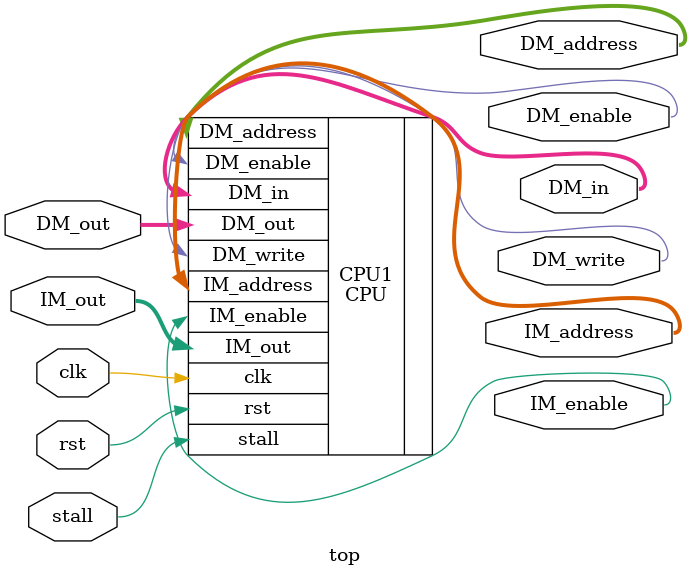
<source format=sv>
`include "def.sv"
`include "CPU.sv"
`include "sign_extend.sv"
`include "mux2to1.sv"
`include "mux4to1.sv"
`include "alu_control.sv"
`include "control.sv"
`include "reg_32x32.sv"
`include "ALU.sv"

module top(
  input clk,
  input rst,
  input  stall,
  input [31:0] IM_out,
  input [31:0] DM_out,
  output IM_enable,
  output [31:0] IM_address,
  output DM_write,
  output DM_enable,
  output [31:0] DM_in,
  output [31:0] DM_address
);

  CPU CPU1 (
      .clk(clk),
      .rst(rst),
      .stall(stall),
    .IM_address(IM_address),
    .IM_enable(IM_enable),
    .IM_out(IM_out),

    .DM_address(DM_address),
    .DM_in(DM_in),
    .DM_enable(DM_enable),
    .DM_write(DM_write),
    .DM_out(DM_out)
  );

endmodule

</source>
